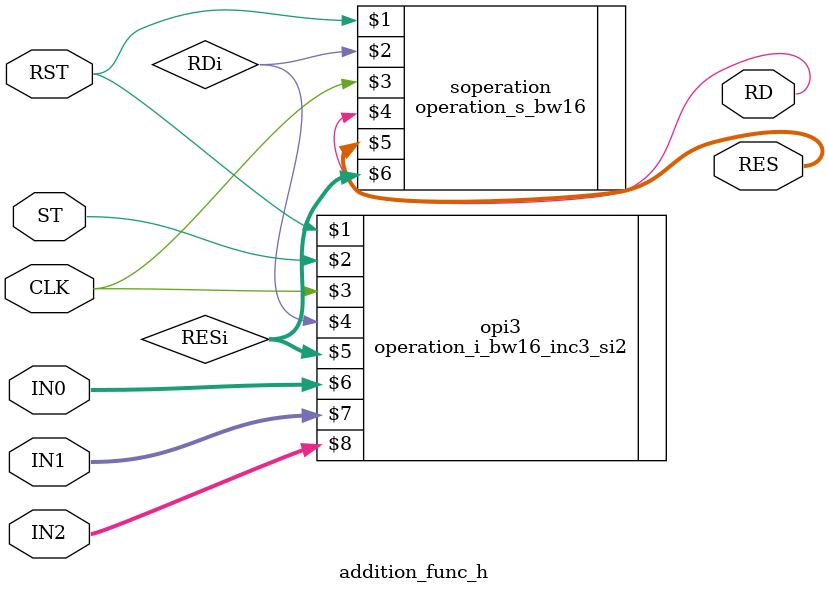
<source format=v>
module addition_func_h(RST, ST, CLK, RD, RES, IN0, IN1, IN2);
	input wire RST;
	input wire ST;
	input wire CLK;
	output wire RD;
	output wire [15:0] RES;
	input wire [15:0] IN0;
	input wire [15:0] IN1;
	input wire [15:0] IN2;
	wire [15:0] RESi;
	wire  RDi;
	
	operation_i_bw16_inc3_si2 opi3(RST, ST, CLK, RDi, RESi, IN0, IN1, IN2);
	operation_s_bw16 soperation(RST, RDi, CLK, RD, RES, RESi);	
	
endmodule

</source>
